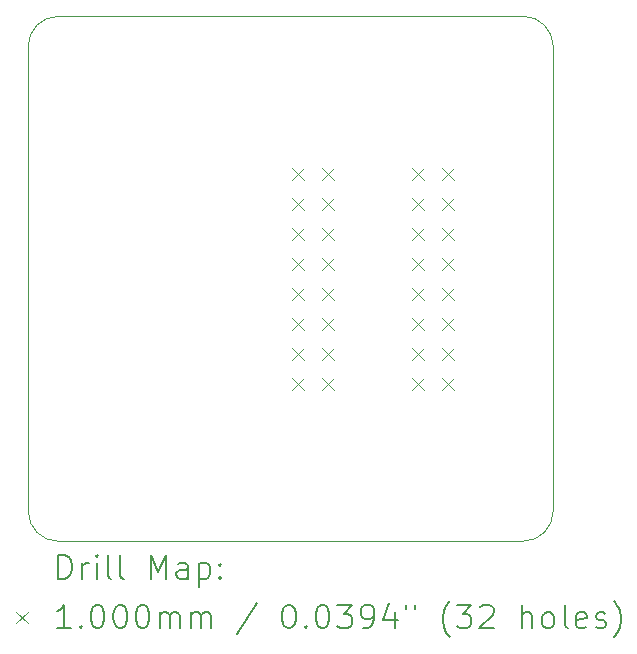
<source format=gbr>
%TF.GenerationSoftware,KiCad,Pcbnew,7.0.6-0*%
%TF.CreationDate,2023-08-23T16:53:15-07:00*%
%TF.ProjectId,IDC_adapter,4944435f-6164-4617-9074-65722e6b6963,1.0.0*%
%TF.SameCoordinates,Original*%
%TF.FileFunction,Drillmap*%
%TF.FilePolarity,Positive*%
%FSLAX45Y45*%
G04 Gerber Fmt 4.5, Leading zero omitted, Abs format (unit mm)*
G04 Created by KiCad (PCBNEW 7.0.6-0) date 2023-08-23 16:53:15*
%MOMM*%
%LPD*%
G01*
G04 APERTURE LIST*
%ADD10C,0.100000*%
%ADD11C,0.200000*%
G04 APERTURE END LIST*
D10*
X17145000Y-12700000D02*
X13208000Y-12700000D01*
X13208000Y-8255000D02*
X17145000Y-8255000D01*
X17399000Y-8509000D02*
X17399000Y-12446000D01*
X13208000Y-8255000D02*
G75*
G03*
X12954000Y-8509000I0J-254000D01*
G01*
X12954000Y-12446000D02*
X12954000Y-8509000D01*
X17399000Y-8509000D02*
G75*
G03*
X17145000Y-8255000I-254000J0D01*
G01*
X12954000Y-12446000D02*
G75*
G03*
X13208000Y-12700000I254000J0D01*
G01*
X17145000Y-12700000D02*
G75*
G03*
X17399000Y-12446000I0J254000D01*
G01*
D11*
D10*
X15190000Y-9538500D02*
X15290000Y-9638500D01*
X15290000Y-9538500D02*
X15190000Y-9638500D01*
X15190000Y-9792500D02*
X15290000Y-9892500D01*
X15290000Y-9792500D02*
X15190000Y-9892500D01*
X15190000Y-10046500D02*
X15290000Y-10146500D01*
X15290000Y-10046500D02*
X15190000Y-10146500D01*
X15190000Y-10300500D02*
X15290000Y-10400500D01*
X15290000Y-10300500D02*
X15190000Y-10400500D01*
X15190000Y-10554500D02*
X15290000Y-10654500D01*
X15290000Y-10554500D02*
X15190000Y-10654500D01*
X15190000Y-10808500D02*
X15290000Y-10908500D01*
X15290000Y-10808500D02*
X15190000Y-10908500D01*
X15190000Y-11062500D02*
X15290000Y-11162500D01*
X15290000Y-11062500D02*
X15190000Y-11162500D01*
X15190000Y-11316500D02*
X15290000Y-11416500D01*
X15290000Y-11316500D02*
X15190000Y-11416500D01*
X15444000Y-9538500D02*
X15544000Y-9638500D01*
X15544000Y-9538500D02*
X15444000Y-9638500D01*
X15444000Y-9792500D02*
X15544000Y-9892500D01*
X15544000Y-9792500D02*
X15444000Y-9892500D01*
X15444000Y-10046500D02*
X15544000Y-10146500D01*
X15544000Y-10046500D02*
X15444000Y-10146500D01*
X15444000Y-10300500D02*
X15544000Y-10400500D01*
X15544000Y-10300500D02*
X15444000Y-10400500D01*
X15444000Y-10554500D02*
X15544000Y-10654500D01*
X15544000Y-10554500D02*
X15444000Y-10654500D01*
X15444000Y-10808500D02*
X15544000Y-10908500D01*
X15544000Y-10808500D02*
X15444000Y-10908500D01*
X15444000Y-11062500D02*
X15544000Y-11162500D01*
X15544000Y-11062500D02*
X15444000Y-11162500D01*
X15444000Y-11316500D02*
X15544000Y-11416500D01*
X15544000Y-11316500D02*
X15444000Y-11416500D01*
X16206000Y-9538500D02*
X16306000Y-9638500D01*
X16306000Y-9538500D02*
X16206000Y-9638500D01*
X16206000Y-9792500D02*
X16306000Y-9892500D01*
X16306000Y-9792500D02*
X16206000Y-9892500D01*
X16206000Y-10046500D02*
X16306000Y-10146500D01*
X16306000Y-10046500D02*
X16206000Y-10146500D01*
X16206000Y-10300500D02*
X16306000Y-10400500D01*
X16306000Y-10300500D02*
X16206000Y-10400500D01*
X16206000Y-10554500D02*
X16306000Y-10654500D01*
X16306000Y-10554500D02*
X16206000Y-10654500D01*
X16206000Y-10808500D02*
X16306000Y-10908500D01*
X16306000Y-10808500D02*
X16206000Y-10908500D01*
X16206000Y-11062500D02*
X16306000Y-11162500D01*
X16306000Y-11062500D02*
X16206000Y-11162500D01*
X16206000Y-11316500D02*
X16306000Y-11416500D01*
X16306000Y-11316500D02*
X16206000Y-11416500D01*
X16460000Y-9538500D02*
X16560000Y-9638500D01*
X16560000Y-9538500D02*
X16460000Y-9638500D01*
X16460000Y-9792500D02*
X16560000Y-9892500D01*
X16560000Y-9792500D02*
X16460000Y-9892500D01*
X16460000Y-10046500D02*
X16560000Y-10146500D01*
X16560000Y-10046500D02*
X16460000Y-10146500D01*
X16460000Y-10300500D02*
X16560000Y-10400500D01*
X16560000Y-10300500D02*
X16460000Y-10400500D01*
X16460000Y-10554500D02*
X16560000Y-10654500D01*
X16560000Y-10554500D02*
X16460000Y-10654500D01*
X16460000Y-10808500D02*
X16560000Y-10908500D01*
X16560000Y-10808500D02*
X16460000Y-10908500D01*
X16460000Y-11062500D02*
X16560000Y-11162500D01*
X16560000Y-11062500D02*
X16460000Y-11162500D01*
X16460000Y-11316500D02*
X16560000Y-11416500D01*
X16560000Y-11316500D02*
X16460000Y-11416500D01*
D11*
X13209777Y-13016484D02*
X13209777Y-12816484D01*
X13209777Y-12816484D02*
X13257396Y-12816484D01*
X13257396Y-12816484D02*
X13285967Y-12826008D01*
X13285967Y-12826008D02*
X13305015Y-12845055D01*
X13305015Y-12845055D02*
X13314539Y-12864103D01*
X13314539Y-12864103D02*
X13324062Y-12902198D01*
X13324062Y-12902198D02*
X13324062Y-12930769D01*
X13324062Y-12930769D02*
X13314539Y-12968865D01*
X13314539Y-12968865D02*
X13305015Y-12987912D01*
X13305015Y-12987912D02*
X13285967Y-13006960D01*
X13285967Y-13006960D02*
X13257396Y-13016484D01*
X13257396Y-13016484D02*
X13209777Y-13016484D01*
X13409777Y-13016484D02*
X13409777Y-12883150D01*
X13409777Y-12921246D02*
X13419301Y-12902198D01*
X13419301Y-12902198D02*
X13428824Y-12892674D01*
X13428824Y-12892674D02*
X13447872Y-12883150D01*
X13447872Y-12883150D02*
X13466920Y-12883150D01*
X13533586Y-13016484D02*
X13533586Y-12883150D01*
X13533586Y-12816484D02*
X13524062Y-12826008D01*
X13524062Y-12826008D02*
X13533586Y-12835531D01*
X13533586Y-12835531D02*
X13543110Y-12826008D01*
X13543110Y-12826008D02*
X13533586Y-12816484D01*
X13533586Y-12816484D02*
X13533586Y-12835531D01*
X13657396Y-13016484D02*
X13638348Y-13006960D01*
X13638348Y-13006960D02*
X13628824Y-12987912D01*
X13628824Y-12987912D02*
X13628824Y-12816484D01*
X13762158Y-13016484D02*
X13743110Y-13006960D01*
X13743110Y-13006960D02*
X13733586Y-12987912D01*
X13733586Y-12987912D02*
X13733586Y-12816484D01*
X13990729Y-13016484D02*
X13990729Y-12816484D01*
X13990729Y-12816484D02*
X14057396Y-12959341D01*
X14057396Y-12959341D02*
X14124062Y-12816484D01*
X14124062Y-12816484D02*
X14124062Y-13016484D01*
X14305015Y-13016484D02*
X14305015Y-12911722D01*
X14305015Y-12911722D02*
X14295491Y-12892674D01*
X14295491Y-12892674D02*
X14276443Y-12883150D01*
X14276443Y-12883150D02*
X14238348Y-12883150D01*
X14238348Y-12883150D02*
X14219301Y-12892674D01*
X14305015Y-13006960D02*
X14285967Y-13016484D01*
X14285967Y-13016484D02*
X14238348Y-13016484D01*
X14238348Y-13016484D02*
X14219301Y-13006960D01*
X14219301Y-13006960D02*
X14209777Y-12987912D01*
X14209777Y-12987912D02*
X14209777Y-12968865D01*
X14209777Y-12968865D02*
X14219301Y-12949817D01*
X14219301Y-12949817D02*
X14238348Y-12940293D01*
X14238348Y-12940293D02*
X14285967Y-12940293D01*
X14285967Y-12940293D02*
X14305015Y-12930769D01*
X14400253Y-12883150D02*
X14400253Y-13083150D01*
X14400253Y-12892674D02*
X14419301Y-12883150D01*
X14419301Y-12883150D02*
X14457396Y-12883150D01*
X14457396Y-12883150D02*
X14476443Y-12892674D01*
X14476443Y-12892674D02*
X14485967Y-12902198D01*
X14485967Y-12902198D02*
X14495491Y-12921246D01*
X14495491Y-12921246D02*
X14495491Y-12978388D01*
X14495491Y-12978388D02*
X14485967Y-12997436D01*
X14485967Y-12997436D02*
X14476443Y-13006960D01*
X14476443Y-13006960D02*
X14457396Y-13016484D01*
X14457396Y-13016484D02*
X14419301Y-13016484D01*
X14419301Y-13016484D02*
X14400253Y-13006960D01*
X14581205Y-12997436D02*
X14590729Y-13006960D01*
X14590729Y-13006960D02*
X14581205Y-13016484D01*
X14581205Y-13016484D02*
X14571682Y-13006960D01*
X14571682Y-13006960D02*
X14581205Y-12997436D01*
X14581205Y-12997436D02*
X14581205Y-13016484D01*
X14581205Y-12892674D02*
X14590729Y-12902198D01*
X14590729Y-12902198D02*
X14581205Y-12911722D01*
X14581205Y-12911722D02*
X14571682Y-12902198D01*
X14571682Y-12902198D02*
X14581205Y-12892674D01*
X14581205Y-12892674D02*
X14581205Y-12911722D01*
D10*
X12849000Y-13295000D02*
X12949000Y-13395000D01*
X12949000Y-13295000D02*
X12849000Y-13395000D01*
D11*
X13314539Y-13436484D02*
X13200253Y-13436484D01*
X13257396Y-13436484D02*
X13257396Y-13236484D01*
X13257396Y-13236484D02*
X13238348Y-13265055D01*
X13238348Y-13265055D02*
X13219301Y-13284103D01*
X13219301Y-13284103D02*
X13200253Y-13293627D01*
X13400253Y-13417436D02*
X13409777Y-13426960D01*
X13409777Y-13426960D02*
X13400253Y-13436484D01*
X13400253Y-13436484D02*
X13390729Y-13426960D01*
X13390729Y-13426960D02*
X13400253Y-13417436D01*
X13400253Y-13417436D02*
X13400253Y-13436484D01*
X13533586Y-13236484D02*
X13552634Y-13236484D01*
X13552634Y-13236484D02*
X13571682Y-13246008D01*
X13571682Y-13246008D02*
X13581205Y-13255531D01*
X13581205Y-13255531D02*
X13590729Y-13274579D01*
X13590729Y-13274579D02*
X13600253Y-13312674D01*
X13600253Y-13312674D02*
X13600253Y-13360293D01*
X13600253Y-13360293D02*
X13590729Y-13398388D01*
X13590729Y-13398388D02*
X13581205Y-13417436D01*
X13581205Y-13417436D02*
X13571682Y-13426960D01*
X13571682Y-13426960D02*
X13552634Y-13436484D01*
X13552634Y-13436484D02*
X13533586Y-13436484D01*
X13533586Y-13436484D02*
X13514539Y-13426960D01*
X13514539Y-13426960D02*
X13505015Y-13417436D01*
X13505015Y-13417436D02*
X13495491Y-13398388D01*
X13495491Y-13398388D02*
X13485967Y-13360293D01*
X13485967Y-13360293D02*
X13485967Y-13312674D01*
X13485967Y-13312674D02*
X13495491Y-13274579D01*
X13495491Y-13274579D02*
X13505015Y-13255531D01*
X13505015Y-13255531D02*
X13514539Y-13246008D01*
X13514539Y-13246008D02*
X13533586Y-13236484D01*
X13724062Y-13236484D02*
X13743110Y-13236484D01*
X13743110Y-13236484D02*
X13762158Y-13246008D01*
X13762158Y-13246008D02*
X13771682Y-13255531D01*
X13771682Y-13255531D02*
X13781205Y-13274579D01*
X13781205Y-13274579D02*
X13790729Y-13312674D01*
X13790729Y-13312674D02*
X13790729Y-13360293D01*
X13790729Y-13360293D02*
X13781205Y-13398388D01*
X13781205Y-13398388D02*
X13771682Y-13417436D01*
X13771682Y-13417436D02*
X13762158Y-13426960D01*
X13762158Y-13426960D02*
X13743110Y-13436484D01*
X13743110Y-13436484D02*
X13724062Y-13436484D01*
X13724062Y-13436484D02*
X13705015Y-13426960D01*
X13705015Y-13426960D02*
X13695491Y-13417436D01*
X13695491Y-13417436D02*
X13685967Y-13398388D01*
X13685967Y-13398388D02*
X13676443Y-13360293D01*
X13676443Y-13360293D02*
X13676443Y-13312674D01*
X13676443Y-13312674D02*
X13685967Y-13274579D01*
X13685967Y-13274579D02*
X13695491Y-13255531D01*
X13695491Y-13255531D02*
X13705015Y-13246008D01*
X13705015Y-13246008D02*
X13724062Y-13236484D01*
X13914539Y-13236484D02*
X13933586Y-13236484D01*
X13933586Y-13236484D02*
X13952634Y-13246008D01*
X13952634Y-13246008D02*
X13962158Y-13255531D01*
X13962158Y-13255531D02*
X13971682Y-13274579D01*
X13971682Y-13274579D02*
X13981205Y-13312674D01*
X13981205Y-13312674D02*
X13981205Y-13360293D01*
X13981205Y-13360293D02*
X13971682Y-13398388D01*
X13971682Y-13398388D02*
X13962158Y-13417436D01*
X13962158Y-13417436D02*
X13952634Y-13426960D01*
X13952634Y-13426960D02*
X13933586Y-13436484D01*
X13933586Y-13436484D02*
X13914539Y-13436484D01*
X13914539Y-13436484D02*
X13895491Y-13426960D01*
X13895491Y-13426960D02*
X13885967Y-13417436D01*
X13885967Y-13417436D02*
X13876443Y-13398388D01*
X13876443Y-13398388D02*
X13866920Y-13360293D01*
X13866920Y-13360293D02*
X13866920Y-13312674D01*
X13866920Y-13312674D02*
X13876443Y-13274579D01*
X13876443Y-13274579D02*
X13885967Y-13255531D01*
X13885967Y-13255531D02*
X13895491Y-13246008D01*
X13895491Y-13246008D02*
X13914539Y-13236484D01*
X14066920Y-13436484D02*
X14066920Y-13303150D01*
X14066920Y-13322198D02*
X14076443Y-13312674D01*
X14076443Y-13312674D02*
X14095491Y-13303150D01*
X14095491Y-13303150D02*
X14124063Y-13303150D01*
X14124063Y-13303150D02*
X14143110Y-13312674D01*
X14143110Y-13312674D02*
X14152634Y-13331722D01*
X14152634Y-13331722D02*
X14152634Y-13436484D01*
X14152634Y-13331722D02*
X14162158Y-13312674D01*
X14162158Y-13312674D02*
X14181205Y-13303150D01*
X14181205Y-13303150D02*
X14209777Y-13303150D01*
X14209777Y-13303150D02*
X14228824Y-13312674D01*
X14228824Y-13312674D02*
X14238348Y-13331722D01*
X14238348Y-13331722D02*
X14238348Y-13436484D01*
X14333586Y-13436484D02*
X14333586Y-13303150D01*
X14333586Y-13322198D02*
X14343110Y-13312674D01*
X14343110Y-13312674D02*
X14362158Y-13303150D01*
X14362158Y-13303150D02*
X14390729Y-13303150D01*
X14390729Y-13303150D02*
X14409777Y-13312674D01*
X14409777Y-13312674D02*
X14419301Y-13331722D01*
X14419301Y-13331722D02*
X14419301Y-13436484D01*
X14419301Y-13331722D02*
X14428824Y-13312674D01*
X14428824Y-13312674D02*
X14447872Y-13303150D01*
X14447872Y-13303150D02*
X14476443Y-13303150D01*
X14476443Y-13303150D02*
X14495491Y-13312674D01*
X14495491Y-13312674D02*
X14505015Y-13331722D01*
X14505015Y-13331722D02*
X14505015Y-13436484D01*
X14895491Y-13226960D02*
X14724063Y-13484103D01*
X15152634Y-13236484D02*
X15171682Y-13236484D01*
X15171682Y-13236484D02*
X15190729Y-13246008D01*
X15190729Y-13246008D02*
X15200253Y-13255531D01*
X15200253Y-13255531D02*
X15209777Y-13274579D01*
X15209777Y-13274579D02*
X15219301Y-13312674D01*
X15219301Y-13312674D02*
X15219301Y-13360293D01*
X15219301Y-13360293D02*
X15209777Y-13398388D01*
X15209777Y-13398388D02*
X15200253Y-13417436D01*
X15200253Y-13417436D02*
X15190729Y-13426960D01*
X15190729Y-13426960D02*
X15171682Y-13436484D01*
X15171682Y-13436484D02*
X15152634Y-13436484D01*
X15152634Y-13436484D02*
X15133586Y-13426960D01*
X15133586Y-13426960D02*
X15124063Y-13417436D01*
X15124063Y-13417436D02*
X15114539Y-13398388D01*
X15114539Y-13398388D02*
X15105015Y-13360293D01*
X15105015Y-13360293D02*
X15105015Y-13312674D01*
X15105015Y-13312674D02*
X15114539Y-13274579D01*
X15114539Y-13274579D02*
X15124063Y-13255531D01*
X15124063Y-13255531D02*
X15133586Y-13246008D01*
X15133586Y-13246008D02*
X15152634Y-13236484D01*
X15305015Y-13417436D02*
X15314539Y-13426960D01*
X15314539Y-13426960D02*
X15305015Y-13436484D01*
X15305015Y-13436484D02*
X15295491Y-13426960D01*
X15295491Y-13426960D02*
X15305015Y-13417436D01*
X15305015Y-13417436D02*
X15305015Y-13436484D01*
X15438348Y-13236484D02*
X15457396Y-13236484D01*
X15457396Y-13236484D02*
X15476444Y-13246008D01*
X15476444Y-13246008D02*
X15485967Y-13255531D01*
X15485967Y-13255531D02*
X15495491Y-13274579D01*
X15495491Y-13274579D02*
X15505015Y-13312674D01*
X15505015Y-13312674D02*
X15505015Y-13360293D01*
X15505015Y-13360293D02*
X15495491Y-13398388D01*
X15495491Y-13398388D02*
X15485967Y-13417436D01*
X15485967Y-13417436D02*
X15476444Y-13426960D01*
X15476444Y-13426960D02*
X15457396Y-13436484D01*
X15457396Y-13436484D02*
X15438348Y-13436484D01*
X15438348Y-13436484D02*
X15419301Y-13426960D01*
X15419301Y-13426960D02*
X15409777Y-13417436D01*
X15409777Y-13417436D02*
X15400253Y-13398388D01*
X15400253Y-13398388D02*
X15390729Y-13360293D01*
X15390729Y-13360293D02*
X15390729Y-13312674D01*
X15390729Y-13312674D02*
X15400253Y-13274579D01*
X15400253Y-13274579D02*
X15409777Y-13255531D01*
X15409777Y-13255531D02*
X15419301Y-13246008D01*
X15419301Y-13246008D02*
X15438348Y-13236484D01*
X15571682Y-13236484D02*
X15695491Y-13236484D01*
X15695491Y-13236484D02*
X15628825Y-13312674D01*
X15628825Y-13312674D02*
X15657396Y-13312674D01*
X15657396Y-13312674D02*
X15676444Y-13322198D01*
X15676444Y-13322198D02*
X15685967Y-13331722D01*
X15685967Y-13331722D02*
X15695491Y-13350769D01*
X15695491Y-13350769D02*
X15695491Y-13398388D01*
X15695491Y-13398388D02*
X15685967Y-13417436D01*
X15685967Y-13417436D02*
X15676444Y-13426960D01*
X15676444Y-13426960D02*
X15657396Y-13436484D01*
X15657396Y-13436484D02*
X15600253Y-13436484D01*
X15600253Y-13436484D02*
X15581206Y-13426960D01*
X15581206Y-13426960D02*
X15571682Y-13417436D01*
X15790729Y-13436484D02*
X15828825Y-13436484D01*
X15828825Y-13436484D02*
X15847872Y-13426960D01*
X15847872Y-13426960D02*
X15857396Y-13417436D01*
X15857396Y-13417436D02*
X15876444Y-13388865D01*
X15876444Y-13388865D02*
X15885967Y-13350769D01*
X15885967Y-13350769D02*
X15885967Y-13274579D01*
X15885967Y-13274579D02*
X15876444Y-13255531D01*
X15876444Y-13255531D02*
X15866920Y-13246008D01*
X15866920Y-13246008D02*
X15847872Y-13236484D01*
X15847872Y-13236484D02*
X15809777Y-13236484D01*
X15809777Y-13236484D02*
X15790729Y-13246008D01*
X15790729Y-13246008D02*
X15781206Y-13255531D01*
X15781206Y-13255531D02*
X15771682Y-13274579D01*
X15771682Y-13274579D02*
X15771682Y-13322198D01*
X15771682Y-13322198D02*
X15781206Y-13341246D01*
X15781206Y-13341246D02*
X15790729Y-13350769D01*
X15790729Y-13350769D02*
X15809777Y-13360293D01*
X15809777Y-13360293D02*
X15847872Y-13360293D01*
X15847872Y-13360293D02*
X15866920Y-13350769D01*
X15866920Y-13350769D02*
X15876444Y-13341246D01*
X15876444Y-13341246D02*
X15885967Y-13322198D01*
X16057396Y-13303150D02*
X16057396Y-13436484D01*
X16009777Y-13226960D02*
X15962158Y-13369817D01*
X15962158Y-13369817D02*
X16085967Y-13369817D01*
X16152634Y-13236484D02*
X16152634Y-13274579D01*
X16228825Y-13236484D02*
X16228825Y-13274579D01*
X16524063Y-13512674D02*
X16514539Y-13503150D01*
X16514539Y-13503150D02*
X16495491Y-13474579D01*
X16495491Y-13474579D02*
X16485968Y-13455531D01*
X16485968Y-13455531D02*
X16476444Y-13426960D01*
X16476444Y-13426960D02*
X16466920Y-13379341D01*
X16466920Y-13379341D02*
X16466920Y-13341246D01*
X16466920Y-13341246D02*
X16476444Y-13293627D01*
X16476444Y-13293627D02*
X16485968Y-13265055D01*
X16485968Y-13265055D02*
X16495491Y-13246008D01*
X16495491Y-13246008D02*
X16514539Y-13217436D01*
X16514539Y-13217436D02*
X16524063Y-13207912D01*
X16581206Y-13236484D02*
X16705015Y-13236484D01*
X16705015Y-13236484D02*
X16638348Y-13312674D01*
X16638348Y-13312674D02*
X16666920Y-13312674D01*
X16666920Y-13312674D02*
X16685968Y-13322198D01*
X16685968Y-13322198D02*
X16695491Y-13331722D01*
X16695491Y-13331722D02*
X16705015Y-13350769D01*
X16705015Y-13350769D02*
X16705015Y-13398388D01*
X16705015Y-13398388D02*
X16695491Y-13417436D01*
X16695491Y-13417436D02*
X16685968Y-13426960D01*
X16685968Y-13426960D02*
X16666920Y-13436484D01*
X16666920Y-13436484D02*
X16609777Y-13436484D01*
X16609777Y-13436484D02*
X16590729Y-13426960D01*
X16590729Y-13426960D02*
X16581206Y-13417436D01*
X16781206Y-13255531D02*
X16790730Y-13246008D01*
X16790730Y-13246008D02*
X16809777Y-13236484D01*
X16809777Y-13236484D02*
X16857396Y-13236484D01*
X16857396Y-13236484D02*
X16876444Y-13246008D01*
X16876444Y-13246008D02*
X16885968Y-13255531D01*
X16885968Y-13255531D02*
X16895491Y-13274579D01*
X16895491Y-13274579D02*
X16895491Y-13293627D01*
X16895491Y-13293627D02*
X16885968Y-13322198D01*
X16885968Y-13322198D02*
X16771682Y-13436484D01*
X16771682Y-13436484D02*
X16895491Y-13436484D01*
X17133587Y-13436484D02*
X17133587Y-13236484D01*
X17219301Y-13436484D02*
X17219301Y-13331722D01*
X17219301Y-13331722D02*
X17209777Y-13312674D01*
X17209777Y-13312674D02*
X17190730Y-13303150D01*
X17190730Y-13303150D02*
X17162158Y-13303150D01*
X17162158Y-13303150D02*
X17143111Y-13312674D01*
X17143111Y-13312674D02*
X17133587Y-13322198D01*
X17343111Y-13436484D02*
X17324063Y-13426960D01*
X17324063Y-13426960D02*
X17314539Y-13417436D01*
X17314539Y-13417436D02*
X17305015Y-13398388D01*
X17305015Y-13398388D02*
X17305015Y-13341246D01*
X17305015Y-13341246D02*
X17314539Y-13322198D01*
X17314539Y-13322198D02*
X17324063Y-13312674D01*
X17324063Y-13312674D02*
X17343111Y-13303150D01*
X17343111Y-13303150D02*
X17371682Y-13303150D01*
X17371682Y-13303150D02*
X17390730Y-13312674D01*
X17390730Y-13312674D02*
X17400253Y-13322198D01*
X17400253Y-13322198D02*
X17409777Y-13341246D01*
X17409777Y-13341246D02*
X17409777Y-13398388D01*
X17409777Y-13398388D02*
X17400253Y-13417436D01*
X17400253Y-13417436D02*
X17390730Y-13426960D01*
X17390730Y-13426960D02*
X17371682Y-13436484D01*
X17371682Y-13436484D02*
X17343111Y-13436484D01*
X17524063Y-13436484D02*
X17505015Y-13426960D01*
X17505015Y-13426960D02*
X17495492Y-13407912D01*
X17495492Y-13407912D02*
X17495492Y-13236484D01*
X17676444Y-13426960D02*
X17657396Y-13436484D01*
X17657396Y-13436484D02*
X17619301Y-13436484D01*
X17619301Y-13436484D02*
X17600253Y-13426960D01*
X17600253Y-13426960D02*
X17590730Y-13407912D01*
X17590730Y-13407912D02*
X17590730Y-13331722D01*
X17590730Y-13331722D02*
X17600253Y-13312674D01*
X17600253Y-13312674D02*
X17619301Y-13303150D01*
X17619301Y-13303150D02*
X17657396Y-13303150D01*
X17657396Y-13303150D02*
X17676444Y-13312674D01*
X17676444Y-13312674D02*
X17685968Y-13331722D01*
X17685968Y-13331722D02*
X17685968Y-13350769D01*
X17685968Y-13350769D02*
X17590730Y-13369817D01*
X17762158Y-13426960D02*
X17781206Y-13436484D01*
X17781206Y-13436484D02*
X17819301Y-13436484D01*
X17819301Y-13436484D02*
X17838349Y-13426960D01*
X17838349Y-13426960D02*
X17847873Y-13407912D01*
X17847873Y-13407912D02*
X17847873Y-13398388D01*
X17847873Y-13398388D02*
X17838349Y-13379341D01*
X17838349Y-13379341D02*
X17819301Y-13369817D01*
X17819301Y-13369817D02*
X17790730Y-13369817D01*
X17790730Y-13369817D02*
X17771682Y-13360293D01*
X17771682Y-13360293D02*
X17762158Y-13341246D01*
X17762158Y-13341246D02*
X17762158Y-13331722D01*
X17762158Y-13331722D02*
X17771682Y-13312674D01*
X17771682Y-13312674D02*
X17790730Y-13303150D01*
X17790730Y-13303150D02*
X17819301Y-13303150D01*
X17819301Y-13303150D02*
X17838349Y-13312674D01*
X17914539Y-13512674D02*
X17924063Y-13503150D01*
X17924063Y-13503150D02*
X17943111Y-13474579D01*
X17943111Y-13474579D02*
X17952634Y-13455531D01*
X17952634Y-13455531D02*
X17962158Y-13426960D01*
X17962158Y-13426960D02*
X17971682Y-13379341D01*
X17971682Y-13379341D02*
X17971682Y-13341246D01*
X17971682Y-13341246D02*
X17962158Y-13293627D01*
X17962158Y-13293627D02*
X17952634Y-13265055D01*
X17952634Y-13265055D02*
X17943111Y-13246008D01*
X17943111Y-13246008D02*
X17924063Y-13217436D01*
X17924063Y-13217436D02*
X17914539Y-13207912D01*
M02*

</source>
